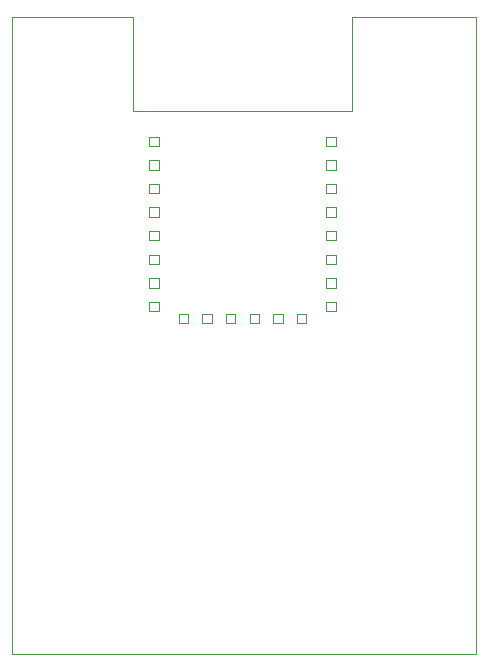
<source format=gbr>
%TF.GenerationSoftware,KiCad,Pcbnew,7.0.9*%
%TF.CreationDate,2024-01-07T11:32:02+01:00*%
%TF.ProjectId,esp32_programmer,65737033-325f-4707-926f-6772616d6d65,rev?*%
%TF.SameCoordinates,Original*%
%TF.FileFunction,Profile,NP*%
%FSLAX46Y46*%
G04 Gerber Fmt 4.6, Leading zero omitted, Abs format (unit mm)*
G04 Created by KiCad (PCBNEW 7.0.9) date 2024-01-07 11:32:02*
%MOMM*%
%LPD*%
G01*
G04 APERTURE LIST*
%TA.AperFunction,Profile*%
%ADD10C,0.100000*%
%TD*%
%TA.AperFunction,Profile*%
%ADD11C,0.050000*%
%TD*%
G04 APERTURE END LIST*
D10*
X136250000Y-91000000D02*
X154750000Y-91000000D01*
X154750000Y-83000000D01*
X165250000Y-83000000D01*
X165250000Y-137000000D01*
X126000000Y-137000000D01*
X126000000Y-83000000D01*
X136250000Y-83000000D01*
X136250000Y-91000000D01*
D11*
%TO.C,U2*%
X137600000Y-93150000D02*
X138400000Y-93150000D01*
X138400000Y-93150000D02*
X138400000Y-93950000D01*
X138400000Y-93950000D02*
X137600000Y-93950000D01*
X137600000Y-93950000D02*
X137600000Y-93150000D01*
X137600000Y-95150000D02*
X138400000Y-95150000D01*
X138400000Y-95150000D02*
X138400000Y-95950000D01*
X138400000Y-95950000D02*
X137600000Y-95950000D01*
X137600000Y-95950000D02*
X137600000Y-95150000D01*
X137600000Y-97150000D02*
X138400000Y-97150000D01*
X138400000Y-97150000D02*
X138400000Y-97950000D01*
X138400000Y-97950000D02*
X137600000Y-97950000D01*
X137600000Y-97950000D02*
X137600000Y-97150000D01*
X137600000Y-99150000D02*
X138400000Y-99150000D01*
X138400000Y-99150000D02*
X138400000Y-99950000D01*
X138400000Y-99950000D02*
X137600000Y-99950000D01*
X137600000Y-99950000D02*
X137600000Y-99150000D01*
X137600000Y-101150000D02*
X138400000Y-101150000D01*
X138400000Y-101150000D02*
X138400000Y-101950000D01*
X138400000Y-101950000D02*
X137600000Y-101950000D01*
X137600000Y-101950000D02*
X137600000Y-101150000D01*
X137600000Y-103150000D02*
X138400000Y-103150000D01*
X138400000Y-103150000D02*
X138400000Y-103950000D01*
X138400000Y-103950000D02*
X137600000Y-103950000D01*
X137600000Y-103950000D02*
X137600000Y-103150000D01*
X137600000Y-105150000D02*
X138400000Y-105150000D01*
X138400000Y-105150000D02*
X138400000Y-105950000D01*
X138400000Y-105950000D02*
X137600000Y-105950000D01*
X137600000Y-105950000D02*
X137600000Y-105150000D01*
X137600000Y-107150000D02*
X138400000Y-107150000D01*
X138400000Y-107150000D02*
X138400000Y-107950000D01*
X138400000Y-107950000D02*
X137600000Y-107950000D01*
X137600000Y-107950000D02*
X137600000Y-107150000D01*
X140100000Y-108950000D02*
X140900000Y-108950000D01*
X140900000Y-108950000D02*
X140900000Y-108150000D01*
X140900000Y-108150000D02*
X140100000Y-108150000D01*
X140100000Y-108150000D02*
X140100000Y-108950000D01*
X142100000Y-108950000D02*
X142900000Y-108950000D01*
X142900000Y-108950000D02*
X142900000Y-108150000D01*
X142900000Y-108150000D02*
X142100000Y-108150000D01*
X142100000Y-108150000D02*
X142100000Y-108950000D01*
X144100000Y-108950000D02*
X144900000Y-108950000D01*
X144900000Y-108950000D02*
X144900000Y-108150000D01*
X144900000Y-108150000D02*
X144100000Y-108150000D01*
X144100000Y-108150000D02*
X144100000Y-108950000D01*
X146100000Y-108950000D02*
X146900000Y-108950000D01*
X146900000Y-108950000D02*
X146900000Y-108150000D01*
X146900000Y-108150000D02*
X146100000Y-108150000D01*
X146100000Y-108150000D02*
X146100000Y-108950000D01*
X148100000Y-108950000D02*
X148900000Y-108950000D01*
X148900000Y-108950000D02*
X148900000Y-108150000D01*
X148900000Y-108150000D02*
X148100000Y-108150000D01*
X148100000Y-108150000D02*
X148100000Y-108950000D01*
X150100000Y-108950000D02*
X150900000Y-108950000D01*
X150900000Y-108950000D02*
X150900000Y-108150000D01*
X150900000Y-108150000D02*
X150100000Y-108150000D01*
X150100000Y-108150000D02*
X150100000Y-108950000D01*
X152600000Y-93150000D02*
X153400000Y-93150000D01*
X153400000Y-93150000D02*
X153400000Y-93950000D01*
X153400000Y-93950000D02*
X152600000Y-93950000D01*
X152600000Y-93950000D02*
X152600000Y-93150000D01*
X152600000Y-95150000D02*
X153400000Y-95150000D01*
X153400000Y-95150000D02*
X153400000Y-95950000D01*
X153400000Y-95950000D02*
X152600000Y-95950000D01*
X152600000Y-95950000D02*
X152600000Y-95150000D01*
X152600000Y-97150000D02*
X153400000Y-97150000D01*
X153400000Y-97150000D02*
X153400000Y-97950000D01*
X153400000Y-97950000D02*
X152600000Y-97950000D01*
X152600000Y-97950000D02*
X152600000Y-97150000D01*
X152600000Y-99150000D02*
X153400000Y-99150000D01*
X153400000Y-99150000D02*
X153400000Y-99950000D01*
X153400000Y-99950000D02*
X152600000Y-99950000D01*
X152600000Y-99950000D02*
X152600000Y-99150000D01*
X152600000Y-101150000D02*
X153400000Y-101150000D01*
X153400000Y-101150000D02*
X153400000Y-101950000D01*
X153400000Y-101950000D02*
X152600000Y-101950000D01*
X152600000Y-101950000D02*
X152600000Y-101150000D01*
X152600000Y-103150000D02*
X153400000Y-103150000D01*
X153400000Y-103150000D02*
X153400000Y-103950000D01*
X153400000Y-103950000D02*
X152600000Y-103950000D01*
X152600000Y-103950000D02*
X152600000Y-103150000D01*
X152600000Y-105150000D02*
X153400000Y-105150000D01*
X153400000Y-105150000D02*
X153400000Y-105950000D01*
X153400000Y-105950000D02*
X152600000Y-105950000D01*
X152600000Y-105950000D02*
X152600000Y-105150000D01*
X152600000Y-107150000D02*
X153400000Y-107150000D01*
X153400000Y-107150000D02*
X153400000Y-107950000D01*
X153400000Y-107950000D02*
X152600000Y-107950000D01*
X152600000Y-107950000D02*
X152600000Y-107150000D01*
%TD*%
M02*

</source>
